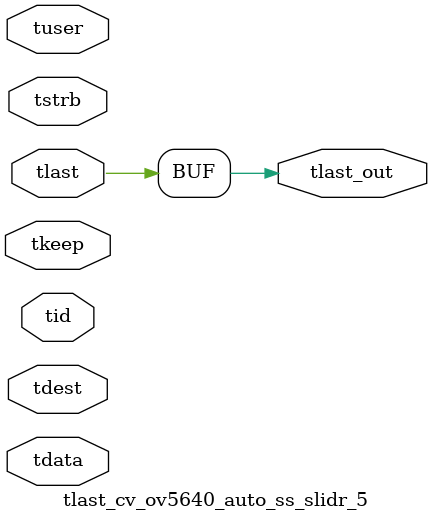
<source format=v>


`timescale 1ps/1ps

module tlast_cv_ov5640_auto_ss_slidr_5 #
(
parameter C_S_AXIS_TID_WIDTH   = 1,
parameter C_S_AXIS_TUSER_WIDTH = 0,
parameter C_S_AXIS_TDATA_WIDTH = 0,
parameter C_S_AXIS_TDEST_WIDTH = 0
)
(
input  [(C_S_AXIS_TID_WIDTH   == 0 ? 1 : C_S_AXIS_TID_WIDTH)-1:0       ] tid,
input  [(C_S_AXIS_TDATA_WIDTH == 0 ? 1 : C_S_AXIS_TDATA_WIDTH)-1:0     ] tdata,
input  [(C_S_AXIS_TUSER_WIDTH == 0 ? 1 : C_S_AXIS_TUSER_WIDTH)-1:0     ] tuser,
input  [(C_S_AXIS_TDEST_WIDTH == 0 ? 1 : C_S_AXIS_TDEST_WIDTH)-1:0     ] tdest,
input  [(C_S_AXIS_TDATA_WIDTH/8)-1:0 ] tkeep,
input  [(C_S_AXIS_TDATA_WIDTH/8)-1:0 ] tstrb,
input  [0:0]                                                             tlast,
output                                                                   tlast_out
);

assign tlast_out = {tlast};

endmodule


</source>
